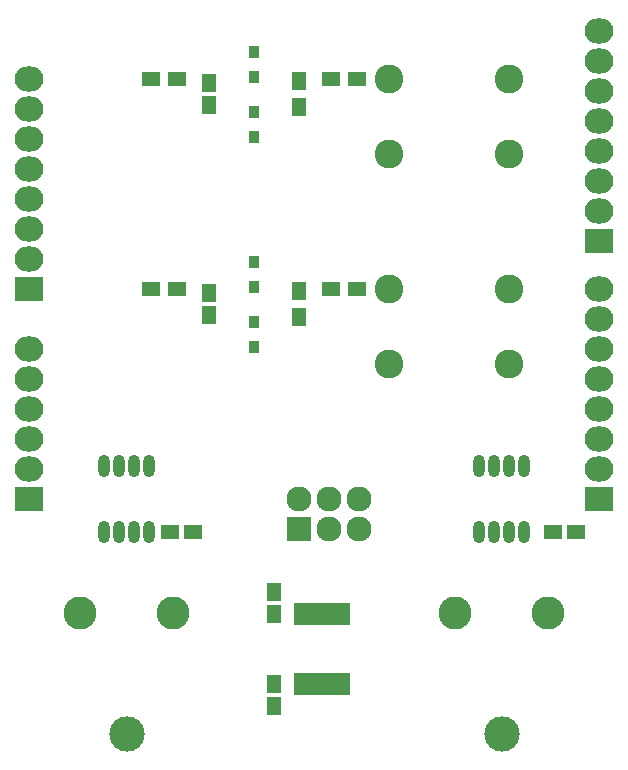
<source format=gts>
G04 #@! TF.FileFunction,Soldermask,Top*
%FSLAX46Y46*%
G04 Gerber Fmt 4.6, Leading zero omitted, Abs format (unit mm)*
G04 Created by KiCad (PCBNEW 4.0.2-stable) date Tue 01 Mar 2016 08:06:50 PM CST*
%MOMM*%
G01*
G04 APERTURE LIST*
%ADD10C,0.100000*%
%ADD11R,1.150000X1.600000*%
%ADD12R,1.600000X1.150000*%
%ADD13R,0.850000X0.990000*%
%ADD14R,2.432000X2.127200*%
%ADD15O,2.432000X2.127200*%
%ADD16R,2.127200X2.127200*%
%ADD17O,2.127200X2.127200*%
%ADD18C,2.432000*%
%ADD19R,1.600000X1.300000*%
%ADD20R,1.300000X1.600000*%
%ADD21R,0.850000X1.850000*%
%ADD22O,1.009600X1.873200*%
%ADD23C,2.800000*%
%ADD24C,3.000000*%
G04 APERTURE END LIST*
D10*
D11*
X119380000Y-66360000D03*
X119380000Y-68260000D03*
X119380000Y-84140000D03*
X119380000Y-86040000D03*
X124856240Y-111363800D03*
X124856240Y-109463800D03*
X124856240Y-119136200D03*
X124856240Y-117236200D03*
D12*
X117957640Y-104394000D03*
X116057640Y-104394000D03*
X150401060Y-104355900D03*
X148501060Y-104355900D03*
D13*
X123190000Y-63715000D03*
X123190000Y-65825000D03*
X123190000Y-68795000D03*
X123190000Y-70905000D03*
X123190000Y-81495000D03*
X123190000Y-83605000D03*
X123190000Y-86575000D03*
X123190000Y-88685000D03*
D14*
X104140000Y-83820000D03*
D15*
X104140000Y-81280000D03*
X104140000Y-78740000D03*
X104140000Y-76200000D03*
X104140000Y-73660000D03*
X104140000Y-71120000D03*
X104140000Y-68580000D03*
X104140000Y-66040000D03*
D14*
X104140000Y-101600000D03*
D15*
X104140000Y-99060000D03*
X104140000Y-96520000D03*
X104140000Y-93980000D03*
X104140000Y-91440000D03*
X104140000Y-88900000D03*
D16*
X127000000Y-104140000D03*
D17*
X127000000Y-101600000D03*
X129540000Y-104140000D03*
X129540000Y-101600000D03*
X132080000Y-104140000D03*
X132080000Y-101600000D03*
D14*
X152400000Y-79756000D03*
D15*
X152400000Y-77216000D03*
X152400000Y-74676000D03*
X152400000Y-72136000D03*
X152400000Y-69596000D03*
X152400000Y-67056000D03*
X152400000Y-64516000D03*
X152400000Y-61976000D03*
D14*
X152400000Y-101600000D03*
D15*
X152400000Y-99060000D03*
X152400000Y-96520000D03*
X152400000Y-93980000D03*
X152400000Y-91440000D03*
X152400000Y-88900000D03*
X152400000Y-86360000D03*
X152400000Y-83820000D03*
D18*
X134620000Y-66040000D03*
X144780000Y-66040000D03*
X134620000Y-72390000D03*
X144780000Y-72390000D03*
X134620000Y-83820000D03*
X144780000Y-83820000D03*
X134620000Y-90170000D03*
X144780000Y-90170000D03*
D19*
X116670000Y-66040000D03*
X114470000Y-66040000D03*
X116670000Y-83820000D03*
X114470000Y-83820000D03*
D20*
X127000000Y-66210000D03*
X127000000Y-68410000D03*
X127000000Y-83990000D03*
X127000000Y-86190000D03*
D19*
X131910000Y-66040000D03*
X129710000Y-66040000D03*
X131910000Y-83820000D03*
X129710000Y-83820000D03*
D21*
X126955000Y-117250000D03*
X127605000Y-117250000D03*
X128255000Y-117250000D03*
X128905000Y-117250000D03*
X129555000Y-117250000D03*
X130205000Y-117250000D03*
X130855000Y-117250000D03*
X130855000Y-111350000D03*
X130205000Y-111350000D03*
X129555000Y-111350000D03*
X128905000Y-111350000D03*
X128255000Y-111350000D03*
X127605000Y-111350000D03*
X126955000Y-111350000D03*
D22*
X110490000Y-104394000D03*
X111760000Y-104394000D03*
X113030000Y-104394000D03*
X114300000Y-104394000D03*
X114300000Y-98806000D03*
X113030000Y-98806000D03*
X111760000Y-98806000D03*
X110490000Y-98806000D03*
X142240000Y-104394000D03*
X143510000Y-104394000D03*
X144780000Y-104394000D03*
X146050000Y-104394000D03*
X146050000Y-98806000D03*
X144780000Y-98806000D03*
X143510000Y-98806000D03*
X142240000Y-98806000D03*
D23*
X116345000Y-111236000D03*
X108445000Y-111236000D03*
D24*
X112395000Y-121486000D03*
D23*
X148095000Y-111236000D03*
X140195000Y-111236000D03*
D24*
X144145000Y-121486000D03*
M02*

</source>
